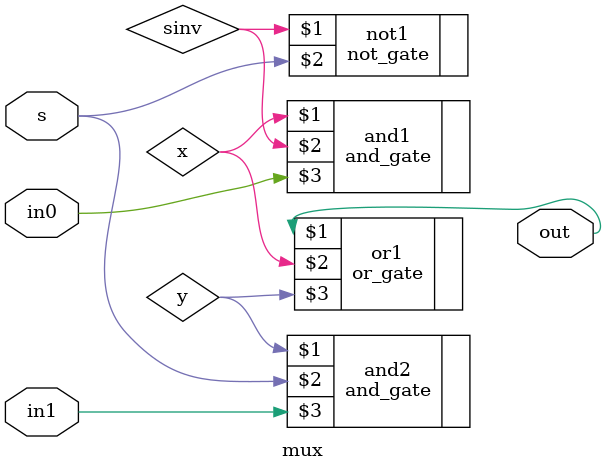
<source format=v>
module mux(out,in0,in1,s);

input s,in0,in1;
output out;

// out=s'.in0 + s.in1

wire x,y,sinv;

not_gate not1(sinv,s);

and_gate and1(x,sinv,in0);
and_gate and2(y,s,in1);

or_gate or1(out,x,y);

endmodule

</source>
